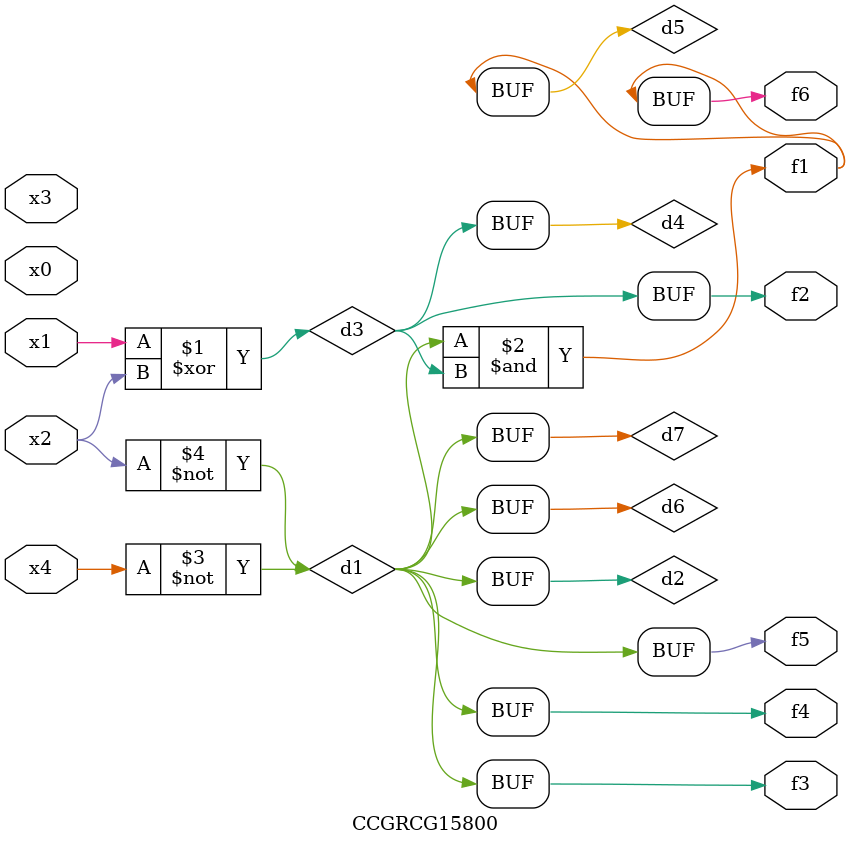
<source format=v>
module CCGRCG15800(
	input x0, x1, x2, x3, x4,
	output f1, f2, f3, f4, f5, f6
);

	wire d1, d2, d3, d4, d5, d6, d7;

	not (d1, x4);
	not (d2, x2);
	xor (d3, x1, x2);
	buf (d4, d3);
	and (d5, d1, d3);
	buf (d6, d1, d2);
	buf (d7, d2);
	assign f1 = d5;
	assign f2 = d4;
	assign f3 = d7;
	assign f4 = d7;
	assign f5 = d7;
	assign f6 = d5;
endmodule

</source>
